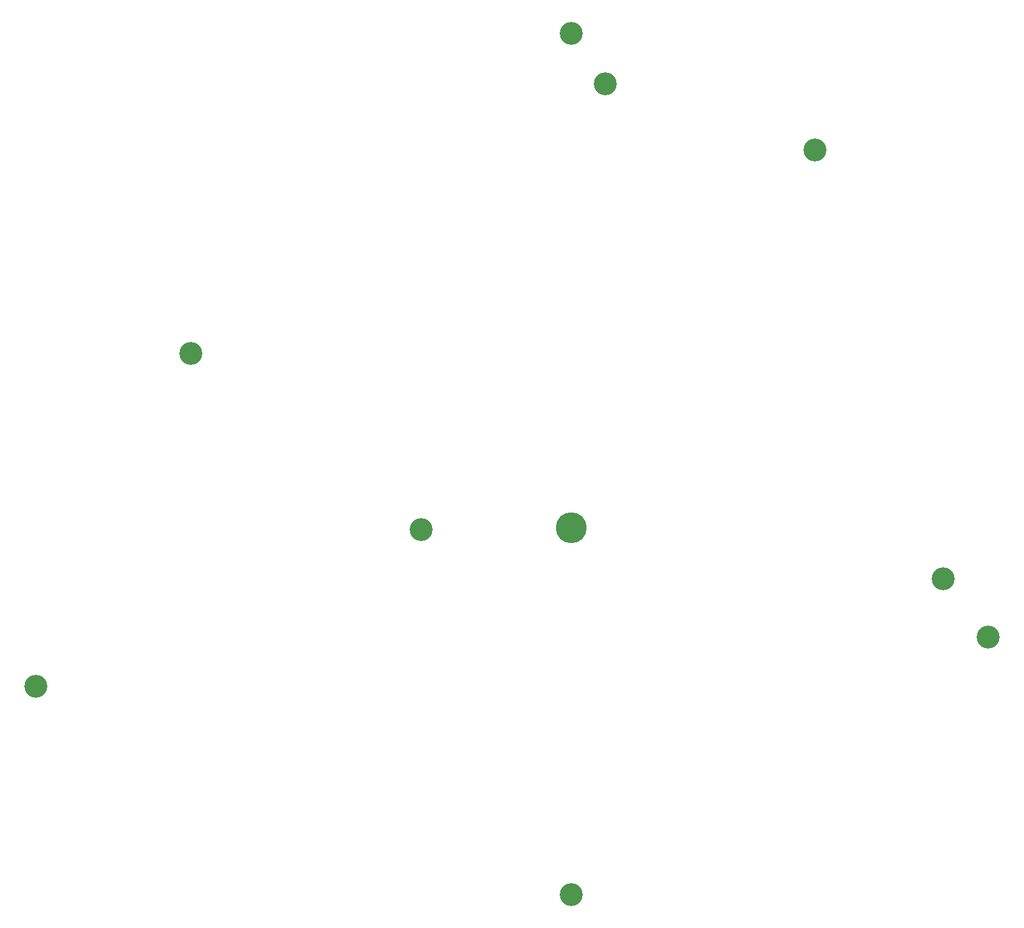
<source format=gbr>
%TF.GenerationSoftware,KiCad,Pcbnew,7.0.9-rc1*%
%TF.CreationDate,2023-11-11T13:07:56+02:00*%
%TF.ProjectId,projectA,70726f6a-6563-4744-912e-6b696361645f,rev?*%
%TF.SameCoordinates,PX5e5c173PY6474d3b*%
%TF.FileFunction,NonPlated,1,2,NPTH,Drill*%
%TF.FilePolarity,Positive*%
%FSLAX46Y46*%
G04 Gerber Fmt 4.6, Leading zero omitted, Abs format (unit mm)*
G04 Created by KiCad (PCBNEW 7.0.9-rc1) date 2023-11-11 13:07:56*
%MOMM*%
%LPD*%
G01*
G04 APERTURE LIST*
%TA.AperFunction,ComponentDrill*%
%ADD10C,3.200000*%
%TD*%
%TA.AperFunction,ComponentDrill*%
%ADD11C,4.300000*%
%TD*%
G04 APERTURE END LIST*
D10*
%TO.C,REF\u002A\u002A*%
X-74624014Y-22128174D03*
X-53016488Y24265675D03*
X-20929397Y-286285D03*
X0Y-51149999D03*
X83Y68852933D03*
X4726653Y61816123D03*
X33944455Y52601916D03*
X51784740Y-7130063D03*
X58065554Y-15237217D03*
D11*
X0Y0D03*
M02*

</source>
